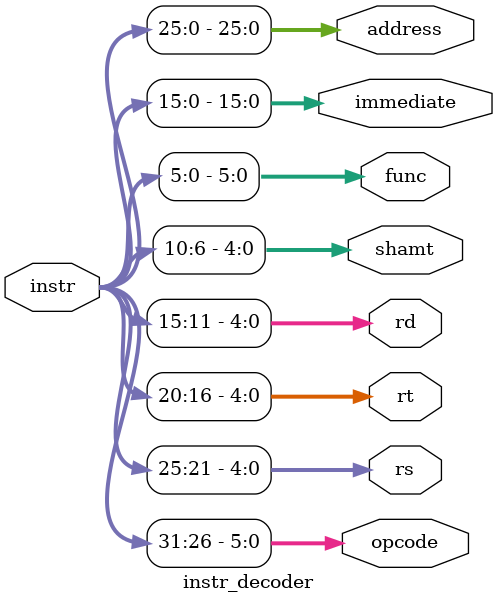
<source format=v>
module instr_decoder(
	output [5:0] opcode,
	output [4:0] rs,
	output [4:0] rt,
	output [4:0] rd,
	output [4:0] shamt,
	output [5:0] func,
	output [15:0] immediate,
	output [25:0] address,
	input [31:0] instr);


	assign opcode = instr[31:26];
	assign rs = instr[25:21];
	assign rt = instr[20:16];
	assign rd = instr[15:11];
	assign shamt = instr[10:6];
	assign func = instr[5:0];
	assign immediate = instr[15:0];
	assign address = instr[25:0];
	
endmodule 
</source>
